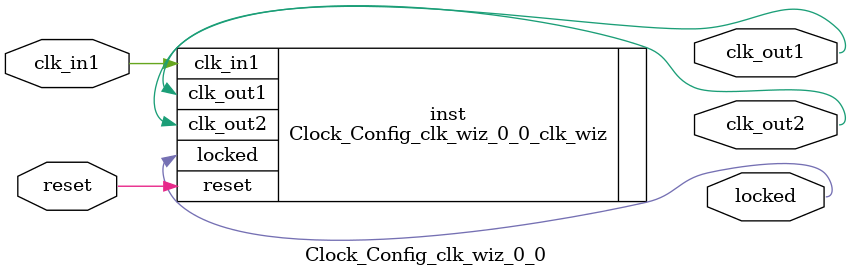
<source format=v>


`timescale 1ps/1ps

(* CORE_GENERATION_INFO = "Clock_Config_clk_wiz_0_0,clk_wiz_v6_0_6_0_0,{component_name=Clock_Config_clk_wiz_0_0,use_phase_alignment=true,use_min_o_jitter=false,use_max_i_jitter=false,use_dyn_phase_shift=false,use_inclk_switchover=false,use_dyn_reconfig=false,enable_axi=0,feedback_source=FDBK_AUTO,PRIMITIVE=MMCM,num_out_clk=2,clkin1_period=83.333,clkin2_period=10.0,use_power_down=false,use_reset=true,use_locked=true,use_inclk_stopped=false,feedback_type=SINGLE,CLOCK_MGR_TYPE=NA,manual_override=false}" *)

module Clock_Config_clk_wiz_0_0 
 (
  // Clock out ports
  output        clk_out1,
  output        clk_out2,
  // Status and control signals
  input         reset,
  output        locked,
 // Clock in ports
  input         clk_in1
 );

  Clock_Config_clk_wiz_0_0_clk_wiz inst
  (
  // Clock out ports  
  .clk_out1(clk_out1),
  .clk_out2(clk_out2),
  // Status and control signals               
  .reset(reset), 
  .locked(locked),
 // Clock in ports
  .clk_in1(clk_in1)
  );

endmodule

</source>
